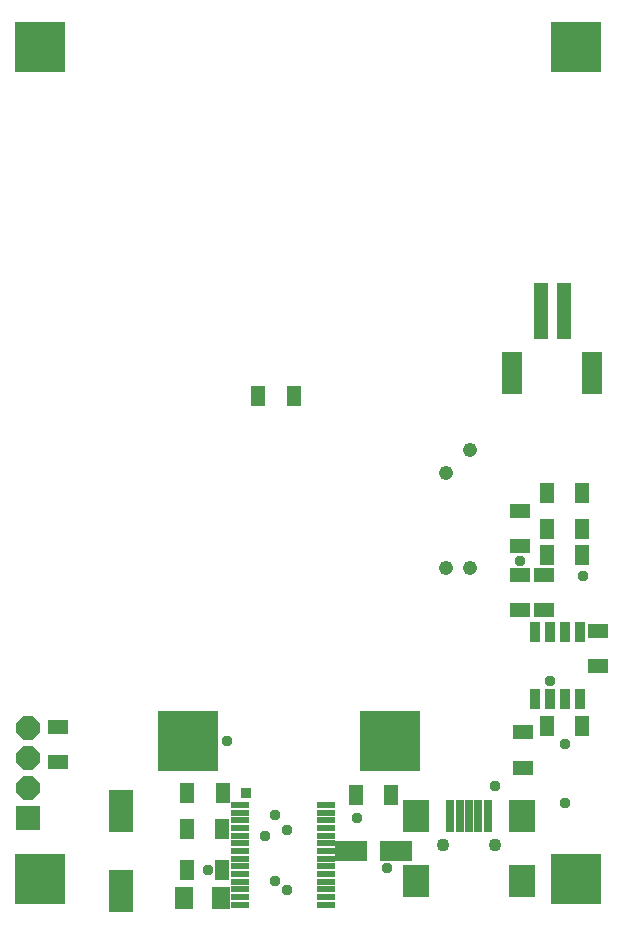
<source format=gts>
G75*
G70*
%OFA0B0*%
%FSLAX24Y24*%
%IPPOS*%
%LPD*%
%AMOC8*
5,1,8,0,0,1.08239X$1,22.5*
%
%ADD10R,0.0789X0.0789*%
%ADD11OC8,0.0789*%
%ADD12R,0.2049X0.2049*%
%ADD13R,0.0474X0.0710*%
%ADD14R,0.0710X0.0474*%
%ADD15R,0.0789X0.1419*%
%ADD16R,0.0598X0.0741*%
%ADD17R,0.1064X0.0710*%
%ADD18R,0.0336X0.0710*%
%ADD19R,0.0630X0.0217*%
%ADD20R,0.0474X0.1891*%
%ADD21R,0.0710X0.1419*%
%ADD22R,0.0277X0.1064*%
%ADD23R,0.0867X0.1064*%
%ADD24C,0.0434*%
%ADD25C,0.0370*%
%ADD26C,0.0476*%
%ADD27R,0.0370X0.0370*%
%ADD28R,0.1661X0.1661*%
D10*
X001941Y004379D03*
D11*
X001941Y005379D03*
X001941Y006379D03*
X001941Y007379D03*
D12*
X007254Y006941D03*
X014004Y006941D03*
D13*
X014032Y005129D03*
X012851Y005129D03*
X008410Y005191D03*
X008391Y004004D03*
X008391Y002629D03*
X007209Y002629D03*
X007209Y004004D03*
X007229Y005191D03*
X009601Y018441D03*
X010782Y018441D03*
X019226Y015191D03*
X019226Y014004D03*
X019226Y013129D03*
X020407Y013129D03*
X020407Y014004D03*
X020407Y015191D03*
X020407Y007441D03*
X019226Y007441D03*
D14*
X018441Y007219D03*
X018441Y006038D03*
X020941Y009413D03*
X020941Y010594D03*
X019129Y011288D03*
X018317Y011288D03*
X018317Y012469D03*
X018317Y013413D03*
X018317Y014594D03*
X019129Y012469D03*
X002941Y007407D03*
X002941Y006226D03*
D15*
X005037Y004593D03*
X005037Y001915D03*
D16*
X007121Y001691D03*
X008355Y001691D03*
D17*
X012707Y003254D03*
X014176Y003254D03*
D18*
X018817Y008317D03*
X019317Y008317D03*
X019817Y008317D03*
X020317Y008317D03*
X020317Y010567D03*
X019817Y010567D03*
X019317Y010567D03*
X018817Y010567D03*
D19*
X011857Y004796D03*
X011857Y004541D03*
X011857Y004285D03*
X011857Y004029D03*
X011857Y003773D03*
X011857Y003517D03*
X011857Y003261D03*
X011857Y003005D03*
X011857Y002749D03*
X011857Y002493D03*
X011857Y002237D03*
X011857Y001981D03*
X011857Y001726D03*
X011857Y001470D03*
X008978Y001470D03*
X008978Y001726D03*
X008978Y001981D03*
X008978Y002237D03*
X008978Y002493D03*
X008978Y002749D03*
X008978Y003005D03*
X008978Y003261D03*
X008978Y003517D03*
X008978Y003773D03*
X008978Y004029D03*
X008978Y004285D03*
X008978Y004541D03*
X008978Y004796D03*
D20*
X019008Y021252D03*
X019795Y021252D03*
D21*
X020740Y019205D03*
X018063Y019205D03*
D22*
X017256Y004441D03*
X016941Y004441D03*
X016626Y004441D03*
X016311Y004441D03*
X015996Y004441D03*
D23*
X014854Y004441D03*
X014854Y002276D03*
X018398Y002276D03*
X018398Y004441D03*
D24*
X017492Y003457D03*
X015760Y003457D03*
D25*
X017504Y005435D03*
X019817Y004879D03*
X019817Y006817D03*
X019317Y008941D03*
X020441Y012441D03*
X018317Y012941D03*
X012879Y004379D03*
X013879Y002695D03*
X010543Y001963D03*
X010144Y002257D03*
X009817Y003754D03*
X010144Y004457D03*
X010543Y003947D03*
X008567Y006941D03*
X007932Y002629D03*
D26*
X015858Y012709D03*
X016646Y012709D03*
X015858Y015858D03*
X016646Y016646D03*
D27*
X009191Y005191D03*
D28*
X002317Y002317D03*
X020191Y002317D03*
X020191Y030067D03*
X002317Y030067D03*
M02*

</source>
